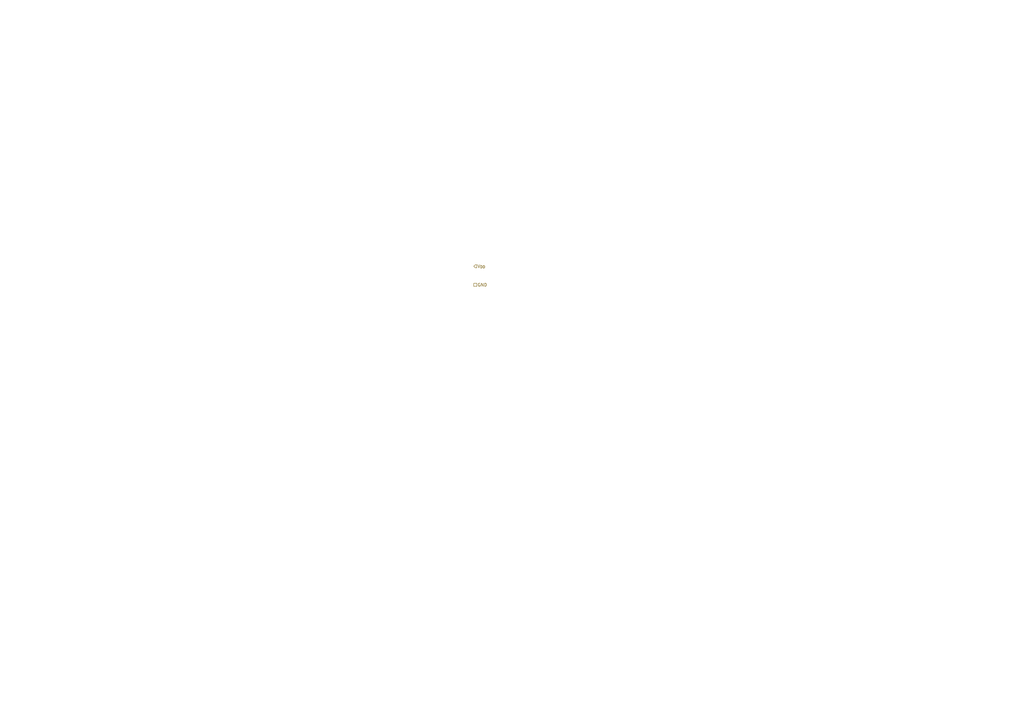
<source format=kicad_sch>
(kicad_sch (version 20211123) (generator eeschema)
  (paper "A3")
  (lib_symbols)
  (hierarchical_label "V_{DD}" (shape input) (at 194.31 109.22 0))
  (hierarchical_label "GND" (shape passive) (at 194.31 116.84 0))
)
</source>
